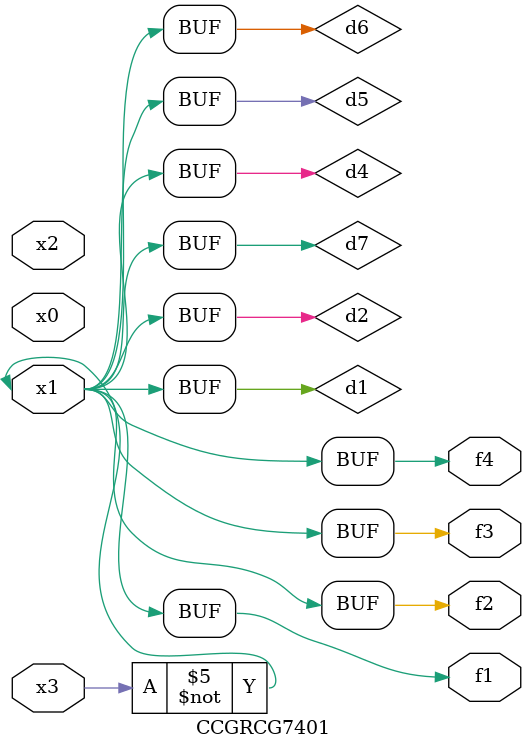
<source format=v>
module CCGRCG7401(
	input x0, x1, x2, x3,
	output f1, f2, f3, f4
);

	wire d1, d2, d3, d4, d5, d6, d7;

	not (d1, x3);
	buf (d2, x1);
	xnor (d3, d1, d2);
	nor (d4, d1);
	buf (d5, d1, d2);
	buf (d6, d4, d5);
	nand (d7, d4);
	assign f1 = d6;
	assign f2 = d7;
	assign f3 = d6;
	assign f4 = d6;
endmodule

</source>
